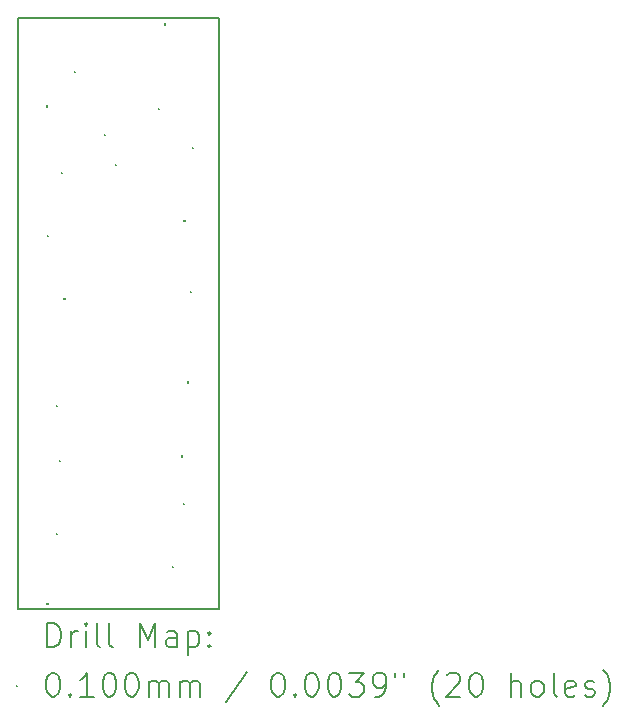
<source format=gbr>
%TF.GenerationSoftware,KiCad,Pcbnew,8.0.1*%
%TF.CreationDate,2024-10-17T14:11:02-05:00*%
%TF.ProjectId,sip-board,7369702d-626f-4617-9264-2e6b69636164,rev?*%
%TF.SameCoordinates,Original*%
%TF.FileFunction,Drillmap*%
%TF.FilePolarity,Positive*%
%FSLAX45Y45*%
G04 Gerber Fmt 4.5, Leading zero omitted, Abs format (unit mm)*
G04 Created by KiCad (PCBNEW 8.0.1) date 2024-10-17 14:11:02*
%MOMM*%
%LPD*%
G01*
G04 APERTURE LIST*
%ADD10C,0.200000*%
%ADD11C,0.100000*%
G04 APERTURE END LIST*
D10*
X13700000Y-7862000D02*
X15400000Y-7862000D01*
X15400000Y-12862000D01*
X13700000Y-12862000D01*
X13700000Y-7862000D01*
D11*
X13934000Y-8598000D02*
X13944000Y-8608000D01*
X13944000Y-8598000D02*
X13934000Y-8608000D01*
X13942000Y-12808000D02*
X13952000Y-12818000D01*
X13952000Y-12808000D02*
X13942000Y-12818000D01*
X13947000Y-9694000D02*
X13957000Y-9704000D01*
X13957000Y-9694000D02*
X13947000Y-9704000D01*
X14019000Y-11132000D02*
X14029000Y-11142000D01*
X14029000Y-11132000D02*
X14019000Y-11142000D01*
X14023000Y-12220000D02*
X14033000Y-12230000D01*
X14033000Y-12220000D02*
X14023000Y-12230000D01*
X14048000Y-11602000D02*
X14058000Y-11612000D01*
X14058000Y-11602000D02*
X14048000Y-11612000D01*
X14061000Y-9159000D02*
X14071000Y-9169000D01*
X14071000Y-9159000D02*
X14061000Y-9169000D01*
X14086000Y-10229000D02*
X14096000Y-10239000D01*
X14096000Y-10229000D02*
X14086000Y-10239000D01*
X14175000Y-8308000D02*
X14185000Y-8318000D01*
X14185000Y-8308000D02*
X14175000Y-8318000D01*
X14430000Y-8843000D02*
X14440000Y-8853000D01*
X14440000Y-8843000D02*
X14430000Y-8853000D01*
X14520000Y-9097000D02*
X14530000Y-9107000D01*
X14530000Y-9097000D02*
X14520000Y-9107000D01*
X14885000Y-8616000D02*
X14895000Y-8626000D01*
X14895000Y-8616000D02*
X14885000Y-8626000D01*
X14936000Y-7904000D02*
X14946000Y-7914000D01*
X14946000Y-7904000D02*
X14936000Y-7914000D01*
X15004000Y-12496000D02*
X15014000Y-12506000D01*
X15014000Y-12496000D02*
X15004000Y-12506000D01*
X15079000Y-11562000D02*
X15089000Y-11572000D01*
X15089000Y-11562000D02*
X15079000Y-11572000D01*
X15095000Y-11962000D02*
X15105000Y-11972000D01*
X15105000Y-11962000D02*
X15095000Y-11972000D01*
X15101000Y-9565000D02*
X15111000Y-9575000D01*
X15111000Y-9565000D02*
X15101000Y-9575000D01*
X15134000Y-10935000D02*
X15144000Y-10945000D01*
X15144000Y-10935000D02*
X15134000Y-10945000D01*
X15154000Y-10168000D02*
X15164000Y-10178000D01*
X15164000Y-10168000D02*
X15154000Y-10178000D01*
X15175000Y-8947000D02*
X15185000Y-8957000D01*
X15185000Y-8947000D02*
X15175000Y-8957000D01*
D10*
X13950777Y-13183484D02*
X13950777Y-12983484D01*
X13950777Y-12983484D02*
X13998396Y-12983484D01*
X13998396Y-12983484D02*
X14026967Y-12993008D01*
X14026967Y-12993008D02*
X14046015Y-13012055D01*
X14046015Y-13012055D02*
X14055539Y-13031103D01*
X14055539Y-13031103D02*
X14065062Y-13069198D01*
X14065062Y-13069198D02*
X14065062Y-13097769D01*
X14065062Y-13097769D02*
X14055539Y-13135865D01*
X14055539Y-13135865D02*
X14046015Y-13154912D01*
X14046015Y-13154912D02*
X14026967Y-13173960D01*
X14026967Y-13173960D02*
X13998396Y-13183484D01*
X13998396Y-13183484D02*
X13950777Y-13183484D01*
X14150777Y-13183484D02*
X14150777Y-13050150D01*
X14150777Y-13088246D02*
X14160301Y-13069198D01*
X14160301Y-13069198D02*
X14169824Y-13059674D01*
X14169824Y-13059674D02*
X14188872Y-13050150D01*
X14188872Y-13050150D02*
X14207920Y-13050150D01*
X14274586Y-13183484D02*
X14274586Y-13050150D01*
X14274586Y-12983484D02*
X14265062Y-12993008D01*
X14265062Y-12993008D02*
X14274586Y-13002531D01*
X14274586Y-13002531D02*
X14284110Y-12993008D01*
X14284110Y-12993008D02*
X14274586Y-12983484D01*
X14274586Y-12983484D02*
X14274586Y-13002531D01*
X14398396Y-13183484D02*
X14379348Y-13173960D01*
X14379348Y-13173960D02*
X14369824Y-13154912D01*
X14369824Y-13154912D02*
X14369824Y-12983484D01*
X14503158Y-13183484D02*
X14484110Y-13173960D01*
X14484110Y-13173960D02*
X14474586Y-13154912D01*
X14474586Y-13154912D02*
X14474586Y-12983484D01*
X14731729Y-13183484D02*
X14731729Y-12983484D01*
X14731729Y-12983484D02*
X14798396Y-13126341D01*
X14798396Y-13126341D02*
X14865062Y-12983484D01*
X14865062Y-12983484D02*
X14865062Y-13183484D01*
X15046015Y-13183484D02*
X15046015Y-13078722D01*
X15046015Y-13078722D02*
X15036491Y-13059674D01*
X15036491Y-13059674D02*
X15017443Y-13050150D01*
X15017443Y-13050150D02*
X14979348Y-13050150D01*
X14979348Y-13050150D02*
X14960301Y-13059674D01*
X15046015Y-13173960D02*
X15026967Y-13183484D01*
X15026967Y-13183484D02*
X14979348Y-13183484D01*
X14979348Y-13183484D02*
X14960301Y-13173960D01*
X14960301Y-13173960D02*
X14950777Y-13154912D01*
X14950777Y-13154912D02*
X14950777Y-13135865D01*
X14950777Y-13135865D02*
X14960301Y-13116817D01*
X14960301Y-13116817D02*
X14979348Y-13107293D01*
X14979348Y-13107293D02*
X15026967Y-13107293D01*
X15026967Y-13107293D02*
X15046015Y-13097769D01*
X15141253Y-13050150D02*
X15141253Y-13250150D01*
X15141253Y-13059674D02*
X15160301Y-13050150D01*
X15160301Y-13050150D02*
X15198396Y-13050150D01*
X15198396Y-13050150D02*
X15217443Y-13059674D01*
X15217443Y-13059674D02*
X15226967Y-13069198D01*
X15226967Y-13069198D02*
X15236491Y-13088246D01*
X15236491Y-13088246D02*
X15236491Y-13145388D01*
X15236491Y-13145388D02*
X15226967Y-13164436D01*
X15226967Y-13164436D02*
X15217443Y-13173960D01*
X15217443Y-13173960D02*
X15198396Y-13183484D01*
X15198396Y-13183484D02*
X15160301Y-13183484D01*
X15160301Y-13183484D02*
X15141253Y-13173960D01*
X15322205Y-13164436D02*
X15331729Y-13173960D01*
X15331729Y-13173960D02*
X15322205Y-13183484D01*
X15322205Y-13183484D02*
X15312682Y-13173960D01*
X15312682Y-13173960D02*
X15322205Y-13164436D01*
X15322205Y-13164436D02*
X15322205Y-13183484D01*
X15322205Y-13059674D02*
X15331729Y-13069198D01*
X15331729Y-13069198D02*
X15322205Y-13078722D01*
X15322205Y-13078722D02*
X15312682Y-13069198D01*
X15312682Y-13069198D02*
X15322205Y-13059674D01*
X15322205Y-13059674D02*
X15322205Y-13078722D01*
D11*
X13680000Y-13507000D02*
X13690000Y-13517000D01*
X13690000Y-13507000D02*
X13680000Y-13517000D01*
D10*
X13988872Y-13403484D02*
X14007920Y-13403484D01*
X14007920Y-13403484D02*
X14026967Y-13413008D01*
X14026967Y-13413008D02*
X14036491Y-13422531D01*
X14036491Y-13422531D02*
X14046015Y-13441579D01*
X14046015Y-13441579D02*
X14055539Y-13479674D01*
X14055539Y-13479674D02*
X14055539Y-13527293D01*
X14055539Y-13527293D02*
X14046015Y-13565388D01*
X14046015Y-13565388D02*
X14036491Y-13584436D01*
X14036491Y-13584436D02*
X14026967Y-13593960D01*
X14026967Y-13593960D02*
X14007920Y-13603484D01*
X14007920Y-13603484D02*
X13988872Y-13603484D01*
X13988872Y-13603484D02*
X13969824Y-13593960D01*
X13969824Y-13593960D02*
X13960301Y-13584436D01*
X13960301Y-13584436D02*
X13950777Y-13565388D01*
X13950777Y-13565388D02*
X13941253Y-13527293D01*
X13941253Y-13527293D02*
X13941253Y-13479674D01*
X13941253Y-13479674D02*
X13950777Y-13441579D01*
X13950777Y-13441579D02*
X13960301Y-13422531D01*
X13960301Y-13422531D02*
X13969824Y-13413008D01*
X13969824Y-13413008D02*
X13988872Y-13403484D01*
X14141253Y-13584436D02*
X14150777Y-13593960D01*
X14150777Y-13593960D02*
X14141253Y-13603484D01*
X14141253Y-13603484D02*
X14131729Y-13593960D01*
X14131729Y-13593960D02*
X14141253Y-13584436D01*
X14141253Y-13584436D02*
X14141253Y-13603484D01*
X14341253Y-13603484D02*
X14226967Y-13603484D01*
X14284110Y-13603484D02*
X14284110Y-13403484D01*
X14284110Y-13403484D02*
X14265062Y-13432055D01*
X14265062Y-13432055D02*
X14246015Y-13451103D01*
X14246015Y-13451103D02*
X14226967Y-13460627D01*
X14465062Y-13403484D02*
X14484110Y-13403484D01*
X14484110Y-13403484D02*
X14503158Y-13413008D01*
X14503158Y-13413008D02*
X14512682Y-13422531D01*
X14512682Y-13422531D02*
X14522205Y-13441579D01*
X14522205Y-13441579D02*
X14531729Y-13479674D01*
X14531729Y-13479674D02*
X14531729Y-13527293D01*
X14531729Y-13527293D02*
X14522205Y-13565388D01*
X14522205Y-13565388D02*
X14512682Y-13584436D01*
X14512682Y-13584436D02*
X14503158Y-13593960D01*
X14503158Y-13593960D02*
X14484110Y-13603484D01*
X14484110Y-13603484D02*
X14465062Y-13603484D01*
X14465062Y-13603484D02*
X14446015Y-13593960D01*
X14446015Y-13593960D02*
X14436491Y-13584436D01*
X14436491Y-13584436D02*
X14426967Y-13565388D01*
X14426967Y-13565388D02*
X14417443Y-13527293D01*
X14417443Y-13527293D02*
X14417443Y-13479674D01*
X14417443Y-13479674D02*
X14426967Y-13441579D01*
X14426967Y-13441579D02*
X14436491Y-13422531D01*
X14436491Y-13422531D02*
X14446015Y-13413008D01*
X14446015Y-13413008D02*
X14465062Y-13403484D01*
X14655539Y-13403484D02*
X14674586Y-13403484D01*
X14674586Y-13403484D02*
X14693634Y-13413008D01*
X14693634Y-13413008D02*
X14703158Y-13422531D01*
X14703158Y-13422531D02*
X14712682Y-13441579D01*
X14712682Y-13441579D02*
X14722205Y-13479674D01*
X14722205Y-13479674D02*
X14722205Y-13527293D01*
X14722205Y-13527293D02*
X14712682Y-13565388D01*
X14712682Y-13565388D02*
X14703158Y-13584436D01*
X14703158Y-13584436D02*
X14693634Y-13593960D01*
X14693634Y-13593960D02*
X14674586Y-13603484D01*
X14674586Y-13603484D02*
X14655539Y-13603484D01*
X14655539Y-13603484D02*
X14636491Y-13593960D01*
X14636491Y-13593960D02*
X14626967Y-13584436D01*
X14626967Y-13584436D02*
X14617443Y-13565388D01*
X14617443Y-13565388D02*
X14607920Y-13527293D01*
X14607920Y-13527293D02*
X14607920Y-13479674D01*
X14607920Y-13479674D02*
X14617443Y-13441579D01*
X14617443Y-13441579D02*
X14626967Y-13422531D01*
X14626967Y-13422531D02*
X14636491Y-13413008D01*
X14636491Y-13413008D02*
X14655539Y-13403484D01*
X14807920Y-13603484D02*
X14807920Y-13470150D01*
X14807920Y-13489198D02*
X14817443Y-13479674D01*
X14817443Y-13479674D02*
X14836491Y-13470150D01*
X14836491Y-13470150D02*
X14865063Y-13470150D01*
X14865063Y-13470150D02*
X14884110Y-13479674D01*
X14884110Y-13479674D02*
X14893634Y-13498722D01*
X14893634Y-13498722D02*
X14893634Y-13603484D01*
X14893634Y-13498722D02*
X14903158Y-13479674D01*
X14903158Y-13479674D02*
X14922205Y-13470150D01*
X14922205Y-13470150D02*
X14950777Y-13470150D01*
X14950777Y-13470150D02*
X14969824Y-13479674D01*
X14969824Y-13479674D02*
X14979348Y-13498722D01*
X14979348Y-13498722D02*
X14979348Y-13603484D01*
X15074586Y-13603484D02*
X15074586Y-13470150D01*
X15074586Y-13489198D02*
X15084110Y-13479674D01*
X15084110Y-13479674D02*
X15103158Y-13470150D01*
X15103158Y-13470150D02*
X15131729Y-13470150D01*
X15131729Y-13470150D02*
X15150777Y-13479674D01*
X15150777Y-13479674D02*
X15160301Y-13498722D01*
X15160301Y-13498722D02*
X15160301Y-13603484D01*
X15160301Y-13498722D02*
X15169824Y-13479674D01*
X15169824Y-13479674D02*
X15188872Y-13470150D01*
X15188872Y-13470150D02*
X15217443Y-13470150D01*
X15217443Y-13470150D02*
X15236491Y-13479674D01*
X15236491Y-13479674D02*
X15246015Y-13498722D01*
X15246015Y-13498722D02*
X15246015Y-13603484D01*
X15636491Y-13393960D02*
X15465063Y-13651103D01*
X15893634Y-13403484D02*
X15912682Y-13403484D01*
X15912682Y-13403484D02*
X15931729Y-13413008D01*
X15931729Y-13413008D02*
X15941253Y-13422531D01*
X15941253Y-13422531D02*
X15950777Y-13441579D01*
X15950777Y-13441579D02*
X15960301Y-13479674D01*
X15960301Y-13479674D02*
X15960301Y-13527293D01*
X15960301Y-13527293D02*
X15950777Y-13565388D01*
X15950777Y-13565388D02*
X15941253Y-13584436D01*
X15941253Y-13584436D02*
X15931729Y-13593960D01*
X15931729Y-13593960D02*
X15912682Y-13603484D01*
X15912682Y-13603484D02*
X15893634Y-13603484D01*
X15893634Y-13603484D02*
X15874586Y-13593960D01*
X15874586Y-13593960D02*
X15865063Y-13584436D01*
X15865063Y-13584436D02*
X15855539Y-13565388D01*
X15855539Y-13565388D02*
X15846015Y-13527293D01*
X15846015Y-13527293D02*
X15846015Y-13479674D01*
X15846015Y-13479674D02*
X15855539Y-13441579D01*
X15855539Y-13441579D02*
X15865063Y-13422531D01*
X15865063Y-13422531D02*
X15874586Y-13413008D01*
X15874586Y-13413008D02*
X15893634Y-13403484D01*
X16046015Y-13584436D02*
X16055539Y-13593960D01*
X16055539Y-13593960D02*
X16046015Y-13603484D01*
X16046015Y-13603484D02*
X16036491Y-13593960D01*
X16036491Y-13593960D02*
X16046015Y-13584436D01*
X16046015Y-13584436D02*
X16046015Y-13603484D01*
X16179348Y-13403484D02*
X16198396Y-13403484D01*
X16198396Y-13403484D02*
X16217444Y-13413008D01*
X16217444Y-13413008D02*
X16226967Y-13422531D01*
X16226967Y-13422531D02*
X16236491Y-13441579D01*
X16236491Y-13441579D02*
X16246015Y-13479674D01*
X16246015Y-13479674D02*
X16246015Y-13527293D01*
X16246015Y-13527293D02*
X16236491Y-13565388D01*
X16236491Y-13565388D02*
X16226967Y-13584436D01*
X16226967Y-13584436D02*
X16217444Y-13593960D01*
X16217444Y-13593960D02*
X16198396Y-13603484D01*
X16198396Y-13603484D02*
X16179348Y-13603484D01*
X16179348Y-13603484D02*
X16160301Y-13593960D01*
X16160301Y-13593960D02*
X16150777Y-13584436D01*
X16150777Y-13584436D02*
X16141253Y-13565388D01*
X16141253Y-13565388D02*
X16131729Y-13527293D01*
X16131729Y-13527293D02*
X16131729Y-13479674D01*
X16131729Y-13479674D02*
X16141253Y-13441579D01*
X16141253Y-13441579D02*
X16150777Y-13422531D01*
X16150777Y-13422531D02*
X16160301Y-13413008D01*
X16160301Y-13413008D02*
X16179348Y-13403484D01*
X16369825Y-13403484D02*
X16388872Y-13403484D01*
X16388872Y-13403484D02*
X16407920Y-13413008D01*
X16407920Y-13413008D02*
X16417444Y-13422531D01*
X16417444Y-13422531D02*
X16426967Y-13441579D01*
X16426967Y-13441579D02*
X16436491Y-13479674D01*
X16436491Y-13479674D02*
X16436491Y-13527293D01*
X16436491Y-13527293D02*
X16426967Y-13565388D01*
X16426967Y-13565388D02*
X16417444Y-13584436D01*
X16417444Y-13584436D02*
X16407920Y-13593960D01*
X16407920Y-13593960D02*
X16388872Y-13603484D01*
X16388872Y-13603484D02*
X16369825Y-13603484D01*
X16369825Y-13603484D02*
X16350777Y-13593960D01*
X16350777Y-13593960D02*
X16341253Y-13584436D01*
X16341253Y-13584436D02*
X16331729Y-13565388D01*
X16331729Y-13565388D02*
X16322206Y-13527293D01*
X16322206Y-13527293D02*
X16322206Y-13479674D01*
X16322206Y-13479674D02*
X16331729Y-13441579D01*
X16331729Y-13441579D02*
X16341253Y-13422531D01*
X16341253Y-13422531D02*
X16350777Y-13413008D01*
X16350777Y-13413008D02*
X16369825Y-13403484D01*
X16503158Y-13403484D02*
X16626967Y-13403484D01*
X16626967Y-13403484D02*
X16560301Y-13479674D01*
X16560301Y-13479674D02*
X16588872Y-13479674D01*
X16588872Y-13479674D02*
X16607920Y-13489198D01*
X16607920Y-13489198D02*
X16617444Y-13498722D01*
X16617444Y-13498722D02*
X16626967Y-13517769D01*
X16626967Y-13517769D02*
X16626967Y-13565388D01*
X16626967Y-13565388D02*
X16617444Y-13584436D01*
X16617444Y-13584436D02*
X16607920Y-13593960D01*
X16607920Y-13593960D02*
X16588872Y-13603484D01*
X16588872Y-13603484D02*
X16531729Y-13603484D01*
X16531729Y-13603484D02*
X16512682Y-13593960D01*
X16512682Y-13593960D02*
X16503158Y-13584436D01*
X16722206Y-13603484D02*
X16760301Y-13603484D01*
X16760301Y-13603484D02*
X16779349Y-13593960D01*
X16779349Y-13593960D02*
X16788872Y-13584436D01*
X16788872Y-13584436D02*
X16807920Y-13555865D01*
X16807920Y-13555865D02*
X16817444Y-13517769D01*
X16817444Y-13517769D02*
X16817444Y-13441579D01*
X16817444Y-13441579D02*
X16807920Y-13422531D01*
X16807920Y-13422531D02*
X16798396Y-13413008D01*
X16798396Y-13413008D02*
X16779349Y-13403484D01*
X16779349Y-13403484D02*
X16741253Y-13403484D01*
X16741253Y-13403484D02*
X16722206Y-13413008D01*
X16722206Y-13413008D02*
X16712682Y-13422531D01*
X16712682Y-13422531D02*
X16703158Y-13441579D01*
X16703158Y-13441579D02*
X16703158Y-13489198D01*
X16703158Y-13489198D02*
X16712682Y-13508246D01*
X16712682Y-13508246D02*
X16722206Y-13517769D01*
X16722206Y-13517769D02*
X16741253Y-13527293D01*
X16741253Y-13527293D02*
X16779349Y-13527293D01*
X16779349Y-13527293D02*
X16798396Y-13517769D01*
X16798396Y-13517769D02*
X16807920Y-13508246D01*
X16807920Y-13508246D02*
X16817444Y-13489198D01*
X16893634Y-13403484D02*
X16893634Y-13441579D01*
X16969825Y-13403484D02*
X16969825Y-13441579D01*
X17265063Y-13679674D02*
X17255539Y-13670150D01*
X17255539Y-13670150D02*
X17236491Y-13641579D01*
X17236491Y-13641579D02*
X17226968Y-13622531D01*
X17226968Y-13622531D02*
X17217444Y-13593960D01*
X17217444Y-13593960D02*
X17207920Y-13546341D01*
X17207920Y-13546341D02*
X17207920Y-13508246D01*
X17207920Y-13508246D02*
X17217444Y-13460627D01*
X17217444Y-13460627D02*
X17226968Y-13432055D01*
X17226968Y-13432055D02*
X17236491Y-13413008D01*
X17236491Y-13413008D02*
X17255539Y-13384436D01*
X17255539Y-13384436D02*
X17265063Y-13374912D01*
X17331730Y-13422531D02*
X17341253Y-13413008D01*
X17341253Y-13413008D02*
X17360301Y-13403484D01*
X17360301Y-13403484D02*
X17407920Y-13403484D01*
X17407920Y-13403484D02*
X17426968Y-13413008D01*
X17426968Y-13413008D02*
X17436491Y-13422531D01*
X17436491Y-13422531D02*
X17446015Y-13441579D01*
X17446015Y-13441579D02*
X17446015Y-13460627D01*
X17446015Y-13460627D02*
X17436491Y-13489198D01*
X17436491Y-13489198D02*
X17322206Y-13603484D01*
X17322206Y-13603484D02*
X17446015Y-13603484D01*
X17569825Y-13403484D02*
X17588872Y-13403484D01*
X17588872Y-13403484D02*
X17607920Y-13413008D01*
X17607920Y-13413008D02*
X17617444Y-13422531D01*
X17617444Y-13422531D02*
X17626968Y-13441579D01*
X17626968Y-13441579D02*
X17636491Y-13479674D01*
X17636491Y-13479674D02*
X17636491Y-13527293D01*
X17636491Y-13527293D02*
X17626968Y-13565388D01*
X17626968Y-13565388D02*
X17617444Y-13584436D01*
X17617444Y-13584436D02*
X17607920Y-13593960D01*
X17607920Y-13593960D02*
X17588872Y-13603484D01*
X17588872Y-13603484D02*
X17569825Y-13603484D01*
X17569825Y-13603484D02*
X17550777Y-13593960D01*
X17550777Y-13593960D02*
X17541253Y-13584436D01*
X17541253Y-13584436D02*
X17531730Y-13565388D01*
X17531730Y-13565388D02*
X17522206Y-13527293D01*
X17522206Y-13527293D02*
X17522206Y-13479674D01*
X17522206Y-13479674D02*
X17531730Y-13441579D01*
X17531730Y-13441579D02*
X17541253Y-13422531D01*
X17541253Y-13422531D02*
X17550777Y-13413008D01*
X17550777Y-13413008D02*
X17569825Y-13403484D01*
X17874587Y-13603484D02*
X17874587Y-13403484D01*
X17960301Y-13603484D02*
X17960301Y-13498722D01*
X17960301Y-13498722D02*
X17950777Y-13479674D01*
X17950777Y-13479674D02*
X17931730Y-13470150D01*
X17931730Y-13470150D02*
X17903158Y-13470150D01*
X17903158Y-13470150D02*
X17884111Y-13479674D01*
X17884111Y-13479674D02*
X17874587Y-13489198D01*
X18084111Y-13603484D02*
X18065063Y-13593960D01*
X18065063Y-13593960D02*
X18055539Y-13584436D01*
X18055539Y-13584436D02*
X18046015Y-13565388D01*
X18046015Y-13565388D02*
X18046015Y-13508246D01*
X18046015Y-13508246D02*
X18055539Y-13489198D01*
X18055539Y-13489198D02*
X18065063Y-13479674D01*
X18065063Y-13479674D02*
X18084111Y-13470150D01*
X18084111Y-13470150D02*
X18112682Y-13470150D01*
X18112682Y-13470150D02*
X18131730Y-13479674D01*
X18131730Y-13479674D02*
X18141253Y-13489198D01*
X18141253Y-13489198D02*
X18150777Y-13508246D01*
X18150777Y-13508246D02*
X18150777Y-13565388D01*
X18150777Y-13565388D02*
X18141253Y-13584436D01*
X18141253Y-13584436D02*
X18131730Y-13593960D01*
X18131730Y-13593960D02*
X18112682Y-13603484D01*
X18112682Y-13603484D02*
X18084111Y-13603484D01*
X18265063Y-13603484D02*
X18246015Y-13593960D01*
X18246015Y-13593960D02*
X18236492Y-13574912D01*
X18236492Y-13574912D02*
X18236492Y-13403484D01*
X18417444Y-13593960D02*
X18398396Y-13603484D01*
X18398396Y-13603484D02*
X18360301Y-13603484D01*
X18360301Y-13603484D02*
X18341253Y-13593960D01*
X18341253Y-13593960D02*
X18331730Y-13574912D01*
X18331730Y-13574912D02*
X18331730Y-13498722D01*
X18331730Y-13498722D02*
X18341253Y-13479674D01*
X18341253Y-13479674D02*
X18360301Y-13470150D01*
X18360301Y-13470150D02*
X18398396Y-13470150D01*
X18398396Y-13470150D02*
X18417444Y-13479674D01*
X18417444Y-13479674D02*
X18426968Y-13498722D01*
X18426968Y-13498722D02*
X18426968Y-13517769D01*
X18426968Y-13517769D02*
X18331730Y-13536817D01*
X18503158Y-13593960D02*
X18522206Y-13603484D01*
X18522206Y-13603484D02*
X18560301Y-13603484D01*
X18560301Y-13603484D02*
X18579349Y-13593960D01*
X18579349Y-13593960D02*
X18588873Y-13574912D01*
X18588873Y-13574912D02*
X18588873Y-13565388D01*
X18588873Y-13565388D02*
X18579349Y-13546341D01*
X18579349Y-13546341D02*
X18560301Y-13536817D01*
X18560301Y-13536817D02*
X18531730Y-13536817D01*
X18531730Y-13536817D02*
X18512682Y-13527293D01*
X18512682Y-13527293D02*
X18503158Y-13508246D01*
X18503158Y-13508246D02*
X18503158Y-13498722D01*
X18503158Y-13498722D02*
X18512682Y-13479674D01*
X18512682Y-13479674D02*
X18531730Y-13470150D01*
X18531730Y-13470150D02*
X18560301Y-13470150D01*
X18560301Y-13470150D02*
X18579349Y-13479674D01*
X18655539Y-13679674D02*
X18665063Y-13670150D01*
X18665063Y-13670150D02*
X18684111Y-13641579D01*
X18684111Y-13641579D02*
X18693634Y-13622531D01*
X18693634Y-13622531D02*
X18703158Y-13593960D01*
X18703158Y-13593960D02*
X18712682Y-13546341D01*
X18712682Y-13546341D02*
X18712682Y-13508246D01*
X18712682Y-13508246D02*
X18703158Y-13460627D01*
X18703158Y-13460627D02*
X18693634Y-13432055D01*
X18693634Y-13432055D02*
X18684111Y-13413008D01*
X18684111Y-13413008D02*
X18665063Y-13384436D01*
X18665063Y-13384436D02*
X18655539Y-13374912D01*
M02*

</source>
